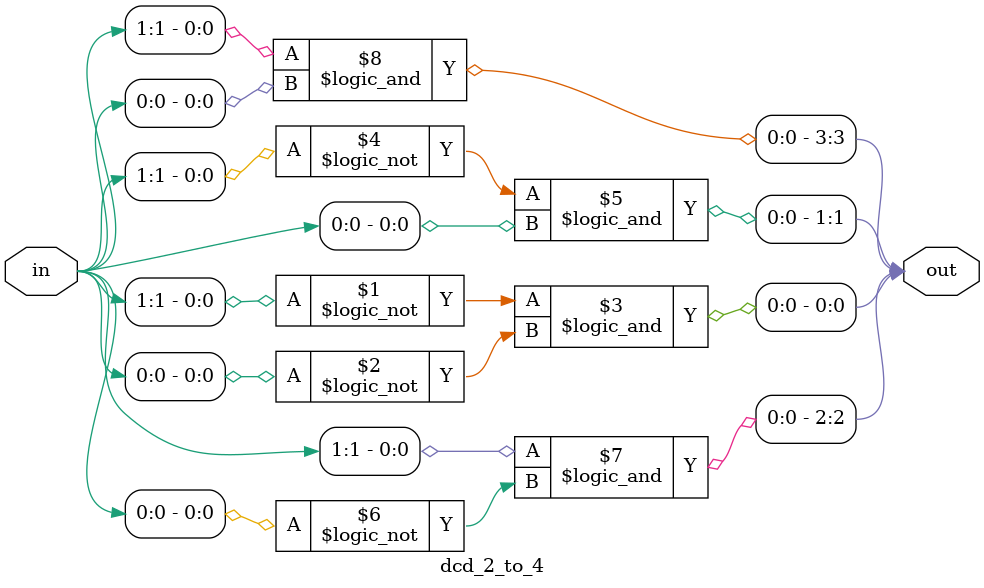
<source format=v>
module dcd_2_to_4(output [3:0]out, input [1:0]in);
	assign out[0] = !in[1] && !in[0];
	assign out[1] = !in[1] &&  in[0];
	assign out[2] =  in[1] && !in[0];
	assign out[3] =  in[1] &&  in[0];
endmodule
</source>
